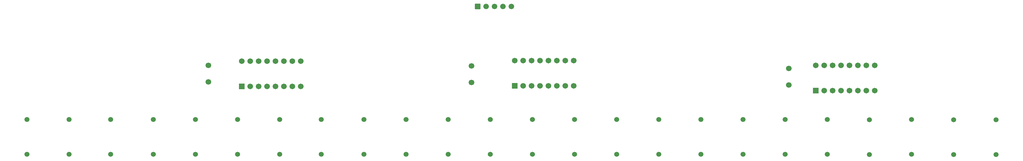
<source format=gbs>
G04 Layer: BottomSolderMaskLayer*
G04 EasyEDA v6.5.40, 2024-08-14 23:42:52*
G04 cb6e2e9fbd21486d88ae5690d2d3dc00,10*
G04 Gerber Generator version 0.2*
G04 Scale: 100 percent, Rotated: No, Reflected: No *
G04 Dimensions in millimeters *
G04 leading zeros omitted , absolute positions ,4 integer and 5 decimal *
%FSLAX45Y45*%
%MOMM*%

%AMMACRO1*1,1,$1,$2,$3*1,1,$1,$4,$5*1,1,$1,0-$2,0-$3*1,1,$1,0-$4,0-$5*20,1,$1,$2,$3,$4,$5,0*20,1,$1,$4,$5,0-$2,0-$3,0*20,1,$1,0-$2,0-$3,0-$4,0-$5,0*20,1,$1,0-$4,0-$5,$2,$3,0*4,1,4,$2,$3,$4,$5,0-$2,0-$3,0-$4,0-$5,$2,$3,0*%
%ADD10C,1.7000*%
%ADD11C,1.7016*%
%ADD12R,1.7016X1.7016*%
%ADD13C,1.6764*%
%ADD14MACRO1,0.1016X-0.7874X0.7874X0.7874X0.7874*%
%ADD15C,1.5016*%

%LPD*%
D10*
G01*
X5981700Y4322013D03*
G01*
X5981700Y4822012D03*
G01*
X13914958Y4309313D03*
G01*
X13914958Y4809312D03*
G01*
X23482300Y4233113D03*
G01*
X23482300Y4733112D03*
D11*
G01*
X6985000Y4953000D03*
G01*
X7239000Y4953000D03*
G01*
X7493000Y4953000D03*
G01*
X7747000Y4953000D03*
G01*
X8001000Y4953000D03*
G01*
X8255000Y4953000D03*
G01*
X8509000Y4953000D03*
G01*
X8763000Y4953000D03*
G01*
X8763000Y4191000D03*
G01*
X8509000Y4191000D03*
G01*
X8255000Y4191000D03*
G01*
X8001000Y4191000D03*
G01*
X7747000Y4191000D03*
G01*
X7493000Y4191000D03*
G01*
X7239000Y4191000D03*
D12*
G01*
X6985000Y4191000D03*
D11*
G01*
X15214600Y4965700D03*
G01*
X15468600Y4965700D03*
G01*
X15722600Y4965700D03*
G01*
X15976600Y4965700D03*
G01*
X16230600Y4965700D03*
G01*
X16484600Y4965700D03*
G01*
X16738600Y4965700D03*
G01*
X16992600Y4965700D03*
G01*
X16992600Y4203700D03*
G01*
X16738600Y4203700D03*
G01*
X16484600Y4203700D03*
G01*
X16230600Y4203700D03*
G01*
X15976600Y4203700D03*
G01*
X15722600Y4203700D03*
G01*
X15468600Y4203700D03*
D12*
G01*
X15214600Y4203700D03*
D11*
G01*
X24295100Y4826000D03*
G01*
X24549100Y4826000D03*
G01*
X24803100Y4826000D03*
G01*
X25057100Y4826000D03*
G01*
X25311100Y4826000D03*
G01*
X25565100Y4826000D03*
G01*
X25819100Y4826000D03*
G01*
X26073100Y4826000D03*
G01*
X26073100Y4064000D03*
G01*
X25819100Y4064000D03*
G01*
X25565100Y4064000D03*
G01*
X25311100Y4064000D03*
G01*
X25057100Y4064000D03*
G01*
X24803100Y4064000D03*
G01*
X24549100Y4064000D03*
D12*
G01*
X24295100Y4064000D03*
D13*
G01*
X15113000Y6604000D03*
G01*
X14859000Y6604000D03*
G01*
X14605000Y6604000D03*
G01*
X14351000Y6604000D03*
D14*
G01*
X14097000Y6604000D03*
D15*
G01*
X10668000Y3191992D03*
G01*
X10668000Y2142007D03*
G01*
X11938000Y3191992D03*
G01*
X11938000Y2142007D03*
G01*
X13208000Y3191992D03*
G01*
X13208000Y2142007D03*
G01*
X14478000Y3191992D03*
G01*
X14478000Y2142007D03*
G01*
X15748000Y3191992D03*
G01*
X15748000Y2142007D03*
G01*
X17018000Y3191992D03*
G01*
X17018000Y2142007D03*
G01*
X18288000Y3191992D03*
G01*
X18288000Y2142007D03*
G01*
X19558000Y3191992D03*
G01*
X19558000Y2142007D03*
G01*
X20828000Y3191992D03*
G01*
X20828000Y2142007D03*
G01*
X22098000Y3191992D03*
G01*
X22098000Y2142007D03*
G01*
X23368000Y3191992D03*
G01*
X23368000Y2142007D03*
G01*
X24638000Y3191992D03*
G01*
X24638000Y2142007D03*
G01*
X25908000Y3179292D03*
G01*
X25908000Y2129307D03*
G01*
X29730700Y3179292D03*
G01*
X29730700Y2129307D03*
G01*
X28448000Y3179292D03*
G01*
X28448000Y2129307D03*
G01*
X27178000Y3191992D03*
G01*
X27178000Y2142007D03*
G01*
X8128000Y2142007D03*
G01*
X8128000Y3191992D03*
G01*
X6858000Y2142007D03*
G01*
X6858000Y3191992D03*
G01*
X5588000Y2142007D03*
G01*
X5588000Y3191992D03*
G01*
X4318000Y2142007D03*
G01*
X4318000Y3191992D03*
G01*
X3035300Y2142007D03*
G01*
X3035300Y3191992D03*
G01*
X1778000Y2142007D03*
G01*
X1778000Y3191992D03*
G01*
X508000Y2142007D03*
G01*
X508000Y3191992D03*
G01*
X9385300Y2142007D03*
G01*
X9385300Y3191992D03*
M02*

</source>
